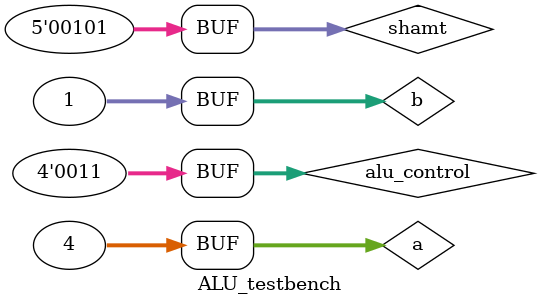
<source format=v>
module ALU (a, b, alu_control, shamt, result, zero);
  input [31:0] a, b;
  input [3:0] alu_control;
  input [4:0] shamt;
  output wire [31:0] result;
  output wire zero;
  
  reg [31:0] tmp;
  reg [31:0] helper;

  assign #100 result = tmp;
  assign #10 zero = (result == 32'b0)? 1 : 0;
  
  parameter [3:0]
    ADD = 4'b0010,
    SUB = 4'b0110,
    SLL = 4'b0011,
    SRL = 4'b1011,
    AND = 4'b0000,
    NOR = 4'b1100,
    SLT = 4'b0111,
    SLTU = 4'b0100,
    OR = 4'b0001,
    MUL = 4'b1111;

  always @ (a, b, alu_control, shamt) begin
    case(alu_control)
      ADD:
        tmp <= a + b;
      SUB:
        tmp <= a - b;
      MUL:
        tmp <= a * b;
      SLL:
        tmp <= (b << shamt);
      SRL:
        tmp <= (b >> shamt);
      AND:
        tmp <= a & b;
      NOR:
        tmp <= ~(a | b);
      SLT: begin
        helper = a - b;
        tmp <= (helper[31] == 1'b1)? 32'b1 : 32'b0;
      end
      SLTU: begin
        tmp <= ({1'b0, a} < {1'b0, b})? 32'b1 : 32'b0;
      end
      OR:
        tmp <=  a | b;
    endcase
  end
endmodule

module ALU_testbench();
  reg [31:0] a, b;
  reg [3:0] alu_control;
  reg [4:0] shamt;
  wire [31:0] result;
  wire zero;

  parameter [3:0]
    ADD = 4'b0010,
    SUB = 4'b0110,
    SLL = 4'b0011,
    SRL = 4'b1011,
    AND = 4'b0000,
    NOR = 4'b1100,
    SLT = 4'b0111,
    SLTU = 4'b0100,
    OR = 4'b0001,
    MUL = 4'b1111;

  ALU alu(a, b, alu_control, shamt, result, zero);

  initial begin
    a <= 4;
    b <= 1;

    #5 alu_control = ADD;
    #5 alu_control = SUB;
    #5 alu_control = AND;
    #5 alu_control = NOR;
    #5 alu_control = SLT;
    #5 alu_control = OR;
    
    #5 alu_control = SLL;
    #5 shamt = 5'd3;
    #5 shamt = 5'd4;
    #5 shamt = 5'd5;
  end

  initial begin
    $dumpfile("ALU_testbench.vcd");
    $dumpvars(0, ALU_testbench);
  end
endmodule

</source>
